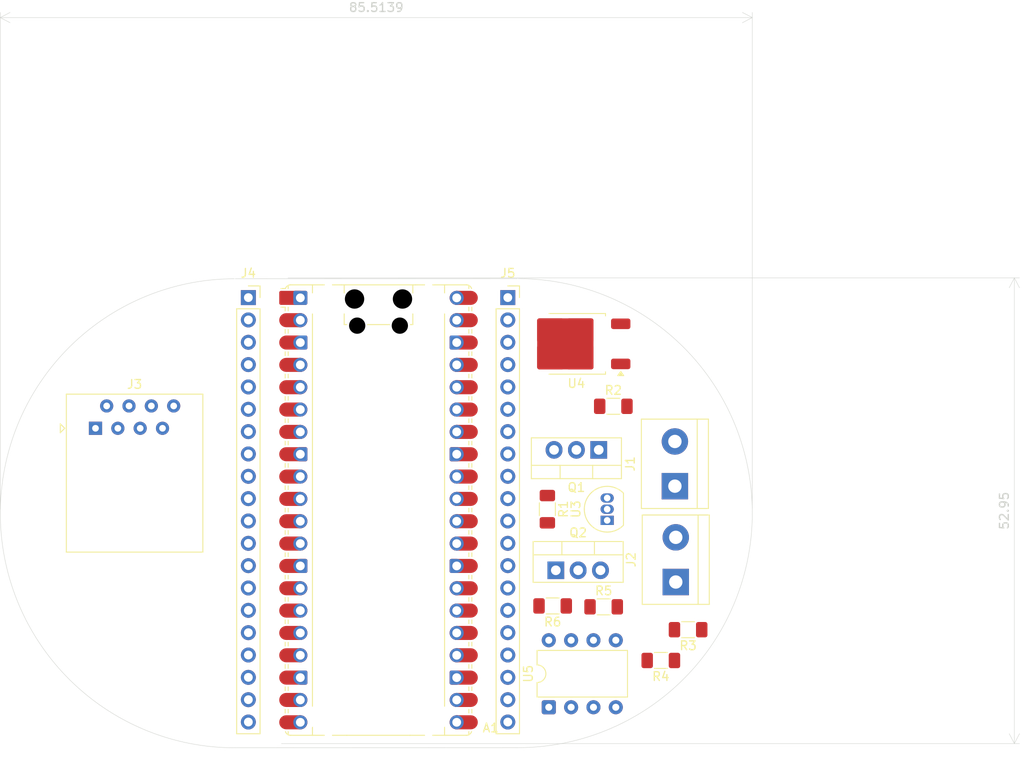
<source format=kicad_pcb>
(kicad_pcb (version 20241229) (generator "pcbnew") (generator_version "9.0")
  (layers (0 "F.Cu" signal) (2 "B.Cu" signal) (13 "F.Paste" user) (15 "B.Paste" user) (5 "F.SilkS" user "F.Silkscreen") (7 "B.SilkS" user "B.Silkscreen") (1 "F.Mask" user) (3 "B.Mask" user) (25 "Edge.Cuts" user))
  (net 0 "")
  (net 1 "Net-(A1-GPIO1)")
  (net 2 "Net-(A1-VSYS)")
  (net 3 "Net-(J4-Pin_13)")
  (net 4 "Net-(A1-GPIO18)")
  (net 5 "Net-(A1-GPIO0)")
  (net 6 "Net-(A1-GPIO7)")
  (net 7 "Net-(A1-GPIO17)")
  (net 8 "Net-(A1-GPIO19)")
  (net 9 "Net-(A1-GPIO8)")
  (net 10 "Net-(A1-GPIO3)")
  (net 11 "Net-(A1-GPIO6)")
  (net 12 "Net-(A1-GPIO21)")
  (net 13 "Net-(A1-GPIO26_ADC0)")
  (net 14 "Net-(A1-3V3_EN)")
  (net 15 "Net-(A1-RUN)")
  (net 16 "Net-(A1-GPIO13)")
  (net 17 "Net-(A1-GPIO27_ADC1)")
  (net 18 "Net-(A1-GPIO20)")
  (net 19 "Net-(A1-GPIO12)")
  (net 20 "Net-(A1-GPIO22)")
  (net 21 "Net-(A1-GPIO9)")
  (net 22 "Net-(A1-GPIO5)")
  (net 23 "Net-(A1-GPIO28_ADC2)")
  (net 24 "Net-(A1-ADC_VREF)")
  (net 25 "Net-(A1-GPIO2)")
  (net 26 "Net-(A1-GPIO15)")
  (net 27 "Net-(A1-GPIO16)")
  (net 28 "Net-(A1-VBUS)")
  (net 29 "Net-(A1-GPIO11)")
  (net 30 "GND")
  (net 31 "Net-(A1-GPIO10)")
  (net 32 "Net-(A1-GPIO4)")
  (net 33 "Net-(A1-GPIO14)")
  (net 34 "Net-(A1-3V3)")
  (net 35 "Net-(Q1-G)")
  (net 36 "Net-(J1-Pin_2)")
  (net 37 "Net-(Q2-G)")
  (net 38 "Net-(J2-Pin_2)")
  (net 39 "Net-(R1-Pad1)")
  (net 40 "Net-(R3-Pad2)")
  (net 41 "Net-(R4-Pad2)")
  (net 42 "Net-(R5-Pad1)")
  (net 43 "+24V")
  (footprint "Connector_PinSocket_2.54mm:PinSocket_1x20_P2.54mm_Vertical" (layer "F.Cu") (at 121.3 56.94)
    (property "Reference" "J4" (at 0 -2.77 0) (layer "F.SilkS"))
    (property "Value" "Conn_01x20_Pin")
    (fp_line (start -1.33 1.27) (end -1.33 49.59) (stroke (width 0.12)) (layer "F.SilkS"))
    (fp_line (start -1.33 1.27) (end 1.33 1.27) (stroke (width 0.12)) (layer "F.SilkS"))
    (fp_line (start -1.33 49.59) (end 1.33 49.59) (stroke (width 0.12)) (layer "F.SilkS"))
    (fp_line (start 0 -1.33) (end 1.33 -1.33) (stroke (width 0.12)) (layer "F.SilkS"))
    (fp_line (start 1.33 -1.33) (end 1.33 0) (stroke (width 0.12)) (layer "F.SilkS"))
    (fp_line (start 1.33 1.27) (end 1.33 49.59) (stroke (width 0.12)) (layer "F.SilkS"))
    (pad "1" thru_hole rect (at 0 0) (size 1.7 1.7) (drill 1) (layers "*.Cu" "*.Mask") (net 5 "Net-(A1-GPIO0)"))
    (pad "2" thru_hole oval (at 0 2.54) (size 1.7 1.7) (drill 1) (layers "*.Cu" "*.Mask") (net 1 "Net-(A1-GPIO1)"))
    (pad "3" thru_hole oval (at 0 5.08) (size 1.7 1.7) (drill 1) (layers "*.Cu" "*.Mask") (net 3 "Net-(J4-Pin_13)"))
    (pad "4" thru_hole oval (at 0 7.62) (size 1.7 1.7) (drill 1) (layers "*.Cu" "*.Mask") (net 25 "Net-(A1-GPIO2)"))
    (pad "5" thru_hole oval (at 0 10.16) (size 1.7 1.7) (drill 1) (layers "*.Cu" "*.Mask") (net 10 "Net-(A1-GPIO3)"))
    (pad "6" thru_hole oval (at 0 12.7) (size 1.7 1.7) (drill 1) (layers "*.Cu" "*.Mask") (net 32 "Net-(A1-GPIO4)"))
    (pad "7" thru_hole oval (at 0 15.24) (size 1.7 1.7) (drill 1) (layers "*.Cu" "*.Mask") (net 22 "Net-(A1-GPIO5)"))
    (pad "8" thru_hole oval (at 0 17.78) (size 1.7 1.7) (drill 1) (layers "*.Cu" "*.Mask") (net 3 "Net-(J4-Pin_13)"))
    (pad "9" thru_hole oval (at 0 20.32) (size 1.7 1.7) (drill 1) (layers "*.Cu" "*.Mask") (net 11 "Net-(A1-GPIO6)"))
    (pad "10" thru_hole oval (at 0 22.86) (size 1.7 1.7) (drill 1) (layers "*.Cu" "*.Mask") (net 6 "Net-(A1-GPIO7)"))
    (pad "11" thru_hole oval (at 0 25.4) (size 1.7 1.7) (drill 1) (layers "*.Cu" "*.Mask") (net 9 "Net-(A1-GPIO8)"))
    (pad "12" thru_hole oval (at 0 27.94) (size 1.7 1.7) (drill 1) (layers "*.Cu" "*.Mask") (net 21 "Net-(A1-GPIO9)"))
    (pad "13" thru_hole oval (at 0 30.48) (size 1.7 1.7) (drill 1) (layers "*.Cu" "*.Mask") (net 3 "Net-(J4-Pin_13)"))
    (pad "14" thru_hole oval (at 0 33.02) (size 1.7 1.7) (drill 1) (layers "*.Cu" "*.Mask") (net 31 "Net-(A1-GPIO10)"))
    (pad "15" thru_hole oval (at 0 35.56) (size 1.7 1.7) (drill 1) (layers "*.Cu" "*.Mask") (net 29 "Net-(A1-GPIO11)"))
    (pad "16" thru_hole oval (at 0 38.1) (size 1.7 1.7) (drill 1) (layers "*.Cu" "*.Mask") (net 19 "Net-(A1-GPIO12)"))
    (pad "17" thru_hole oval (at 0 40.64) (size 1.7 1.7) (drill 1) (layers "*.Cu" "*.Mask") (net 16 "Net-(A1-GPIO13)"))
    (pad "18" thru_hole oval (at 0 43.18) (size 1.7 1.7) (drill 1) (layers "*.Cu" "*.Mask") (net 3 "Net-(J4-Pin_13)"))
    (pad "19" thru_hole oval (at 0 45.72) (size 1.7 1.7) (drill 1) (layers "*.Cu" "*.Mask") (net 33 "Net-(A1-GPIO14)"))
    (pad "20" thru_hole oval (at 0 48.26) (size 1.7 1.7) (drill 1) (layers "*.Cu" "*.Mask") (net 26 "Net-(A1-GPIO15)"))
  )
  (footprint "Package_TO_SOT_THT:TO-220-3_Vertical" (layer "F.Cu") (at 161.14 74.255 180)
    (property "Reference" "Q1" (at 2.54 -4.27 0) (layer "F.SilkS"))
    (property "Value" "IRF540N")
    (fp_line (start 7.66 -3.27) (end 7.66 1.371) (stroke (width 0.12)) (layer "F.SilkS"))
    (fp_line (start 4.391 -3.27) (end 4.391 -1.76) (stroke (width 0.12)) (layer "F.SilkS"))
    (fp_line (start 0.69 -3.27) (end 0.69 -1.76) (stroke (width 0.12)) (layer "F.SilkS"))
    (fp_line (start -2.58 1.371) (end 7.66 1.371) (stroke (width 0.12)) (layer "F.SilkS"))
    (fp_line (start -2.58 -1.76) (end 7.66 -1.76) (stroke (width 0.12)) (layer "F.SilkS"))
    (fp_line (start -2.58 -3.27) (end 7.66 -3.27) (stroke (width 0.12)) (layer "F.SilkS"))
    (fp_line (start -2.58 -3.27) (end -2.58 1.371) (stroke (width 0.12)) (layer "F.SilkS"))
    (pad "1" thru_hole rect (at 0 0 180) (size 1.905 2) (drill 1.1) (layers "*.Cu" "*.Mask") (net 35 "Net-(Q1-G)"))
    (pad "2" thru_hole oval (at 2.54 0 180) (size 1.905 2) (drill 1.1) (layers "*.Cu" "*.Mask") (net 36 "Net-(J1-Pin_2)"))
    (pad "3" thru_hole oval (at 5.08 0 180) (size 1.905 2) (drill 1.1) (layers "*.Cu" "*.Mask") (net 30 "GND"))
  )
  (footprint "Package_DIP:DIP-8_W7.62mm" (layer "F.Cu") (at 155.46 103.52 90)
    (property "Reference" "U5" (at 3.81 -2.33 90) (layer "F.SilkS"))
    (property "Value" "PC827")
    (fp_line (start 6.46 -1.33) (end 4.81 -1.33) (stroke (width 0.12)) (layer "F.SilkS"))
    (fp_line (start 2.81 -1.33) (end 1.16 -1.33) (stroke (width 0.12)) (layer "F.SilkS"))
    (fp_line (start 1.16 -1.33) (end 1.16 8.95) (stroke (width 0.12)) (layer "F.SilkS"))
    (fp_line (start 6.46 8.95) (end 6.46 -1.33) (stroke (width 0.12)) (layer "F.SilkS"))
    (fp_line (start 1.16 8.95) (end 6.46 8.95) (stroke (width 0.12)) (layer "F.SilkS"))
    (fp_arc (start 4.81 -1.33) (mid 3.81 -0.33) (end 2.81 -1.33) (stroke (width 0.12)) (layer "F.SilkS"))
    (pad "1" thru_hole roundrect (at 0 0 90) (size 1.6 1.6) (drill 0.8) (layers "*.Cu" "*.Mask") (roundrect_rratio 0.15625) (net 27 "Net-(A1-GPIO16)"))
    (pad "2" thru_hole circle (at 0 2.54 90) (size 1.6 1.6) (drill 0.8) (layers "*.Cu" "*.Mask") (net 40 "Net-(R3-Pad2)"))
    (pad "3" thru_hole circle (at 0 5.08 90) (size 1.6 1.6) (drill 0.8) (layers "*.Cu" "*.Mask") (net 7 "Net-(A1-GPIO17)"))
    (pad "4" thru_hole circle (at 0 7.62 90) (size 1.6 1.6) (drill 0.8) (layers "*.Cu" "*.Mask") (net 41 "Net-(R4-Pad2)"))
    (pad "5" thru_hole circle (at 7.62 7.62 90) (size 1.6 1.6) (drill 0.8) (layers "*.Cu" "*.Mask") (net 42 "Net-(R5-Pad1)"))
    (pad "6" thru_hole circle (at 7.62 5.08 90) (size 1.6 1.6) (drill 0.8) (layers "*.Cu" "*.Mask") (net 43 "+24V"))
    (pad "7" thru_hole circle (at 7.62 2.54 90) (size 1.6 1.6) (drill 0.8) (layers "*.Cu" "*.Mask") (net 39 "Net-(R1-Pad1)"))
    (pad "8" thru_hole circle (at 7.62 0 90) (size 1.6 1.6) (drill 0.8) (layers "*.Cu" "*.Mask") (net 43 "+24V"))
  )
  (footprint "Connector_PinSocket_2.54mm:PinSocket_1x20_P2.54mm_Vertical" (layer "F.Cu") (at 150.8 56.94)
    (property "Reference" "J5" (at 0 -2.77 0) (layer "F.SilkS"))
    (property "Value" "Conn_01x20_Pin")
    (fp_line (start -1.33 1.27) (end -1.33 49.59) (stroke (width 0.12)) (layer "F.SilkS"))
    (fp_line (start -1.33 1.27) (end 1.33 1.27) (stroke (width 0.12)) (layer "F.SilkS"))
    (fp_line (start -1.33 49.59) (end 1.33 49.59) (stroke (width 0.12)) (layer "F.SilkS"))
    (fp_line (start 0 -1.33) (end 1.33 -1.33) (stroke (width 0.12)) (layer "F.SilkS"))
    (fp_line (start 1.33 -1.33) (end 1.33 0) (stroke (width 0.12)) (layer "F.SilkS"))
    (fp_line (start 1.33 1.27) (end 1.33 49.59) (stroke (width 0.12)) (layer "F.SilkS"))
    (pad "1" thru_hole rect (at 0 0) (size 1.7 1.7) (drill 1) (layers "*.Cu" "*.Mask") (net 28 "Net-(A1-VBUS)"))
    (pad "2" thru_hole oval (at 0 2.54) (size 1.7 1.7) (drill 1) (layers "*.Cu" "*.Mask") (net 2 "Net-(A1-VSYS)"))
    (pad "3" thru_hole oval (at 0 5.08) (size 1.7 1.7) (drill 1) (layers "*.Cu" "*.Mask") (net 3 "Net-(J4-Pin_13)"))
    (pad "4" thru_hole oval (at 0 7.62) (size 1.7 1.7) (drill 1) (layers "*.Cu" "*.Mask") (net 14 "Net-(A1-3V3_EN)"))
    (pad "5" thru_hole oval (at 0 10.16) (size 1.7 1.7) (drill 1) (layers "*.Cu" "*.Mask") (net 34 "Net-(A1-3V3)"))
    (pad "6" thru_hole oval (at 0 12.7) (size 1.7 1.7) (drill 1) (layers "*.Cu" "*.Mask") (net 24 "Net-(A1-ADC_VREF)"))
    (pad "7" thru_hole oval (at 0 15.24) (size 1.7 1.7) (drill 1) (layers "*.Cu" "*.Mask") (net 23 "Net-(A1-GPIO28_ADC2)"))
    (pad "8" thru_hole oval (at 0 17.78) (size 1.7 1.7) (drill 1) (layers "*.Cu" "*.Mask") (net 3 "Net-(J4-Pin_13)"))
    (pad "9" thru_hole oval (at 0 20.32) (size 1.7 1.7) (drill 1) (layers "*.Cu" "*.Mask") (net 17 "Net-(A1-GPIO27_ADC1)"))
    (pad "10" thru_hole oval (at 0 22.86) (size 1.7 1.7) (drill 1) (layers "*.Cu" "*.Mask") (net 13 "Net-(A1-GPIO26_ADC0)"))
    (pad "11" thru_hole oval (at 0 25.4) (size 1.7 1.7) (drill 1) (layers "*.Cu" "*.Mask") (net 15 "Net-(A1-RUN)"))
    (pad "12" thru_hole oval (at 0 27.94) (size 1.7 1.7) (drill 1) (layers "*.Cu" "*.Mask") (net 20 "Net-(A1-GPIO22)"))
    (pad "13" thru_hole oval (at 0 30.48) (size 1.7 1.7) (drill 1) (layers "*.Cu" "*.Mask") (net 3 "Net-(J4-Pin_13)"))
    (pad "14" thru_hole oval (at 0 33.02) (size 1.7 1.7) (drill 1) (layers "*.Cu" "*.Mask") (net 12 "Net-(A1-GPIO21)"))
    (pad "15" thru_hole oval (at 0 35.56) (size 1.7 1.7) (drill 1) (layers "*.Cu" "*.Mask") (net 18 "Net-(A1-GPIO20)"))
    (pad "16" thru_hole oval (at 0 38.1) (size 1.7 1.7) (drill 1) (layers "*.Cu" "*.Mask") (net 8 "Net-(A1-GPIO19)"))
    (pad "17" thru_hole oval (at 0 40.64) (size 1.7 1.7) (drill 1) (layers "*.Cu" "*.Mask") (net 4 "Net-(A1-GPIO18)"))
    (pad "18" thru_hole oval (at 0 43.18) (size 1.7 1.7) (drill 1) (layers "*.Cu" "*.Mask") (net 3 "Net-(J4-Pin_13)"))
    (pad "19" thru_hole oval (at 0 45.72) (size 1.7 1.7) (drill 1) (layers "*.Cu" "*.Mask") (net 7 "Net-(A1-GPIO17)"))
    (pad "20" thru_hole oval (at 0 48.26) (size 1.7 1.7) (drill 1) (layers "*.Cu" "*.Mask") (net 27 "Net-(A1-GPIO16)"))
  )
  (footprint "Connector_RJ:RJ45_Amphenol_54602-x08_Horizontal" (layer "F.Cu") (at 103.92 71.8)
    (property "Reference" "J3" (at 4.445 -5 0) (layer "F.SilkS"))
    (property "Value" "RJ45")
    (fp_line (start -4 -0.5) (end -4 0.5) (stroke (width 0.12)) (layer "F.SilkS"))
    (fp_line (start -4 0.5) (end -3.5 0) (stroke (width 0.12)) (layer "F.SilkS"))
    (fp_line (start -3.5 0) (end -4 -0.5) (stroke (width 0.12)) (layer "F.SilkS"))
    (fp_line (start -3.315 -3.88) (end -3.315 14.08) (stroke (width 0.12)) (layer "F.SilkS"))
    (fp_line (start -3.315 14.08) (end 12.205 14.08) (stroke (width 0.12)) (layer "F.SilkS"))
    (fp_line (start 12.205 -3.88) (end -3.315 -3.88) (stroke (width 0.12)) (layer "F.SilkS"))
    (fp_line (start 12.205 -3.88) (end 12.205 14.08) (stroke (width 0.12)) (layer "F.SilkS"))
    (pad "" np_thru_hole circle (at -1.27 6.35) (size 3.2 3.2) (drill 3.2) (layers "*.Cu" "*.Mask"))
    (pad "" np_thru_hole circle (at 10.16 6.35) (size 3.2 3.2) (drill 3.2) (layers "*.Cu" "*.Mask"))
    (pad "1" thru_hole rect (at 0 0) (size 1.5 1.5) (drill 0.76) (layers "*.Cu" "*.Mask") (net 30 "GND"))
    (pad "2" thru_hole circle (at 1.27 -2.54) (size 1.5 1.5) (drill 0.76) (layers "*.Cu" "*.Mask") (net 30 "GND"))
    (pad "3" thru_hole circle (at 2.54 0) (size 1.5 1.5) (drill 0.76) (layers "*.Cu" "*.Mask") (net 13 "Net-(A1-GPIO26_ADC0)"))
    (pad "4" thru_hole circle (at 3.81 -2.54) (size 1.5 1.5) (drill 0.76) (layers "*.Cu" "*.Mask") (net 17 "Net-(A1-GPIO27_ADC1)"))
    (pad "5" thru_hole circle (at 5.08 0) (size 1.5 1.5) (drill 0.76) (layers "*.Cu" "*.Mask") (net 15 "Net-(A1-RUN)"))
    (pad "6" thru_hole circle (at 6.35 -2.54) (size 1.5 1.5) (drill 0.76) (layers "*.Cu" "*.Mask") (net 34 "Net-(A1-3V3)"))
    (pad "7" thru_hole circle (at 7.62 0) (size 1.5 1.5) (drill 0.76) (layers "*.Cu" "*.Mask") (net 43 "+24V"))
    (pad "8" thru_hole circle (at 8.89 -2.54) (size 1.5 1.5) (drill 0.76) (layers "*.Cu" "*.Mask") (net 43 "+24V"))
  )
  (footprint "TerminalBlock:TerminalBlock_bornier-2_P5.08mm" (layer "F.Cu") (at 169.9 89.28 90)
    (property "Reference" "J2" (at 2.54 -5.08 90) (layer "F.SilkS"))
    (property "Value" "Screw_Terminal_01x02")
    (fp_line (start 7.62 -3.81) (end -2.54 -3.81) (stroke (width 0.12)) (layer "F.SilkS"))
    (fp_line (start -2.54 -3.81) (end -2.54 3.81) (stroke (width 0.12)) (layer "F.SilkS"))
    (fp_line (start 7.62 2.54) (end -2.54 2.54) (stroke (width 0.12)) (layer "F.SilkS"))
    (fp_line (start 7.62 3.81) (end 7.62 -3.81) (stroke (width 0.12)) (layer "F.SilkS"))
    (fp_line (start -2.54 3.81) (end 7.62 3.81) (stroke (width 0.12)) (layer "F.SilkS"))
    (pad "1" thru_hole rect (at 0 0 90) (size 3 3) (drill 1.52) (layers "*.Cu" "*.Mask") (net 43 "+24V"))
    (pad "2" thru_hole circle (at 5.08 0 90) (size 3 3) (drill 1.52) (layers "*.Cu" "*.Mask") (net 38 "Net-(J2-Pin_2)"))
  )
  (footprint "Resistor_SMD:R_1206_3216Metric_Pad1.30x1.75mm_HandSolder" (layer "F.Cu") (at 155.3 81 -90)
    (property "Reference" "R1" (at 0 -1.82 90) (layer "F.SilkS"))
    (property "Value" "100")
    (fp_line (start -0.727064 0.91) (end 0.727064 0.91) (stroke (width 0.12)) (layer "F.SilkS"))
    (fp_line (start -0.727064 -0.91) (end 0.727064 -0.91) (stroke (width 0.12)) (layer "F.SilkS"))
    (pad "1" smd roundrect (at -1.55 0 270) (size 1.3 1.75) (layers "F.Cu" "F.Mask" "F.Paste") (roundrect_rratio 0.192308) (net 39 "Net-(R1-Pad1)"))
    (pad "2" smd roundrect (at 1.55 0 270) (size 1.3 1.75) (layers "F.Cu" "F.Mask" "F.Paste") (roundrect_rratio 0.192308) (net 35 "Net-(Q1-G)"))
  )
  (footprint "Resistor_SMD:R_1206_3216Metric_Pad1.30x1.75mm_HandSolder" (layer "F.Cu") (at 171.3 94.7 180)
    (property "Reference" "R3" (at 0 -1.82 0) (layer "F.SilkS"))
    (property "Value" "1k")
    (fp_line (start -0.727064 0.91) (end 0.727064 0.91) (stroke (width 0.12)) (layer "F.SilkS"))
    (fp_line (start -0.727064 -0.91) (end 0.727064 -0.91) (stroke (width 0.12)) (layer "F.SilkS"))
    (pad "1" smd roundrect (at -1.55 0 180) (size 1.3 1.75) (layers "F.Cu" "F.Mask" "F.Paste") (roundrect_rratio 0.192308) (net 30 "GND"))
    (pad "2" smd roundrect (at 1.55 0 180) (size 1.3 1.75) (layers "F.Cu" "F.Mask" "F.Paste") (roundrect_rratio 0.192308) (net 40 "Net-(R3-Pad2)"))
  )
  (footprint "Resistor_SMD:R_1206_3216Metric_Pad1.30x1.75mm_HandSolder" (layer "F.Cu") (at 155.9 92 180)
    (property "Reference" "R6" (at 0 -1.82 0) (layer "F.SilkS"))
    (property "Value" "1k")
    (fp_line (start -0.727064 0.91) (end 0.727064 0.91) (stroke (width 0.12)) (layer "F.SilkS"))
    (fp_line (start -0.727064 -0.91) (end 0.727064 -0.91) (stroke (width 0.12)) (layer "F.SilkS"))
    (pad "1" smd roundrect (at -1.55 0 180) (size 1.3 1.75) (layers "F.Cu" "F.Mask" "F.Paste") (roundrect_rratio 0.192308) (net 30 "GND"))
    (pad "2" smd roundrect (at 1.55 0 180) (size 1.3 1.75) (layers "F.Cu" "F.Mask" "F.Paste") (roundrect_rratio 0.192308) (net 37 "Net-(Q2-G)"))
  )
  (footprint "Package_TO_SOT_THT:TO-92_Inline" (layer "F.Cu") (at 162.1 82.27 90)
    (property "Reference" "U3" (at 1.27 -3.56 90) (layer "F.SilkS"))
    (property "Value" "LM35-LP")
    (fp_line (start -0.53 1.85) (end 3.07 1.85) (stroke (width 0.12)) (layer "F.SilkS"))
    (fp_arc (start 1.27 -2.6) (mid 3.672087 -0.994977) (end 3.108478 1.838478) (stroke (width 0.12)) (layer "F.SilkS"))
    (fp_arc (start -0.568478 1.838478) (mid -1.132087 -0.994977) (end 1.27 -2.6) (stroke (width 0.12)) (layer "F.SilkS"))
    (pad "1" thru_hole rect (at 0 0 90) (size 1.05 1.5) (drill 0.75) (layers "*.Cu" "*.Mask") (net 2 "Net-(A1-VSYS)"))
    (pad "2" thru_hole oval (at 1.27 0 90) (size 1.05 1.5) (drill 0.75) (layers "*.Cu" "*.Mask") (net 23 "Net-(A1-GPIO28_ADC2)"))
    (pad "3" thru_hole oval (at 2.54 0 90) (size 1.05 1.5) (drill 0.75) (layers "*.Cu" "*.Mask") (net 30 "GND"))
  )
  (footprint "Package_TO_SOT_SMD:TO-252-2" (layer "F.Cu") (at 158.6 62.2 180)
    (property "Reference" "U4" (at 0 -4.5 0) (layer "F.SilkS"))
    (property "Value" "LF50_TO252")
    (fp_line (start 3.11 3.45) (end -3.31 3.45) (stroke (width 0.12)) (layer "F.SilkS"))
    (fp_line (start 3.11 -3.45) (end -3.31 -3.45) (stroke (width 0.12)) (layer "F.SilkS"))
    (fp_line (start -3.31 3.45) (end -3.31 3.18) (stroke (width 0.12)) (layer "F.SilkS"))
    (fp_line (start -3.31 -3.45) (end -3.31 -3.18) (stroke (width 0.12)) (layer "F.SilkS"))
    (fp_poly (pts (xy -5.04 -3.14) (xy -5.38 -3.61) (xy -4.7 -3.61) (xy -5.04 -3.14)) (stroke (width 0.12)) (fill yes) (layer "F.SilkS"))
    (pad "1" smd roundrect (at -5.04 -2.28 180) (size 2.2 1.2) (layers "F.Cu" "F.Mask" "F.Paste") (roundrect_rratio 0.208333) (net 43 "+24V"))
    (pad "2" smd roundrect (at -0.415 -1.525 180) (size 3.05 2.75) (layers "F.Cu" "F.Paste") (roundrect_rratio 0.090909) (net 30 "GND"))
    (pad "2" smd roundrect (at -0.415 1.525 180) (size 3.05 2.75) (layers "F.Cu" "F.Paste") (roundrect_rratio 0.090909) (net 30 "GND"))
    (pad "2" smd roundrect (at 1.26 0 180) (size 6.4 5.8) (layers "F.Cu" "F.Mask") (roundrect_rratio 0.043103) (net 30 "GND"))
    (pad "2" smd roundrect (at 2.935 -1.525 180) (size 3.05 2.75) (layers "F.Cu" "F.Paste") (roundrect_rratio 0.090909) (net 30 "GND"))
    (pad "2" smd roundrect (at 2.935 1.525 180) (size 3.05 2.75) (layers "F.Cu" "F.Paste") (roundrect_rratio 0.090909) (net 30 "GND"))
    (pad "3" smd roundrect (at -5.04 2.28 180) (size 2.2 1.2) (layers "F.Cu" "F.Mask" "F.Paste") (roundrect_rratio 0.208333) (net 2 "Net-(A1-VSYS)"))
  )
  (footprint "Resistor_SMD:R_1206_3216Metric_Pad1.30x1.75mm_HandSolder" (layer "F.Cu") (at 168.2 98.2 180)
    (property "Reference" "R4" (at 0 -1.82 0) (layer "F.SilkS"))
    (property "Value" "1k")
    (fp_line (start -0.727064 0.91) (end 0.727064 0.91) (stroke (width 0.12)) (layer "F.SilkS"))
    (fp_line (start -0.727064 -0.91) (end 0.727064 -0.91) (stroke (width 0.12)) (layer "F.SilkS"))
    (pad "1" smd roundrect (at -1.55 0 180) (size 1.3 1.75) (layers "F.Cu" "F.Mask" "F.Paste") (roundrect_rratio 0.192308) (net 30 "GND"))
    (pad "2" smd roundrect (at 1.55 0 180) (size 1.3 1.75) (layers "F.Cu" "F.Mask" "F.Paste") (roundrect_rratio 0.192308) (net 41 "Net-(R4-Pad2)"))
  )
  (footprint "Module:RaspberryPi_Pico_Common_Unspecified" (layer "F.Cu") (at 136.1 81.1)
    (property "Reference" "A1" (at 11.7475 24.765 0) (layer "F.SilkS") (effects (justify left)))
    (property "Value" "RaspberryPi_Pico")
    (fp_line (start -10.61 -23.07) (end -11.09 -23.07) (stroke (width 0.12)) (layer "F.SilkS"))
    (fp_line (start -10.61 -23.07) (end -10.61 -22.65) (stroke (width 0.12)) (layer "F.SilkS"))
    (fp_line (start -10.61 -20.53) (end -10.61 -20.11) (stroke (width 0.12)) (layer "F.SilkS"))
    (fp_line (start -10.61 -17.99) (end -10.61 -17.57) (stroke (width 0.12)) (layer "F.SilkS"))
    (fp_line (start -10.61 -15.45) (end -10.61 -15.03) (stroke (width 0.12)) (layer "F.SilkS"))
    (fp_line (start -10.61 -12.91) (end -10.61 -12.49) (stroke (width 0.12)) (layer "F.SilkS"))
    (fp_line (start -10.61 -10.37) (end -10.61 -9.95) (stroke (width 0.12)) (layer "F.SilkS"))
    (fp_line (start -10.61 -7.83) (end -10.61 -7.41) (stroke (width 0.12)) (layer "F.SilkS"))
    (fp_line (start -10.61 -5.29) (end -10.61 -4.87) (stroke (width 0.12)) (layer "F.SilkS"))
    (fp_line (start -10.61 -2.75) (end -10.61 -2.33) (stroke (width 0.12)) (layer "F.SilkS"))
    (fp_line (start -10.61 -0.21) (end -10.61 0.21) (stroke (width 0.12)) (layer "F.SilkS"))
    (fp_line (start -10.61 2.33) (end -10.61 2.75) (stroke (width 0.12)) (layer "F.SilkS"))
    (fp_line (start -10.61 4.87) (end -10.61 5.29) (stroke (width 0.12)) (layer "F.SilkS"))
    (fp_line (start -10.61 7.41) (end -10.61 7.83) (stroke (width 0.12)) (layer "F.SilkS"))
    (fp_line (start -10.61 9.95) (end -10.61 10.37) (stroke (width 0.12)) (layer "F.SilkS"))
    (fp_line (start -10.61 12.49) (end -10.61 12.91) (stroke (width 0.12)) (layer "F.SilkS"))
    (fp_line (start -10.61 15.03) (end -10.61 15.45) (stroke (width 0.12)) (layer "F.SilkS"))
    (fp_line (start -10.61 17.57) (end -10.61 17.99) (stroke (width 0.12)) (layer "F.SilkS"))
    (fp_line (start -10.61 20.11) (end -10.61 20.53) (stroke (width 0.12)) (layer "F.SilkS"))
    (fp_line (start -10.61 22.65) (end -10.61 23.07) (stroke (width 0.12)) (layer "F.SilkS"))
    (fp_line (start -10.579676 -25.19) (end -11.09 -25.19) (stroke (width 0.12)) (layer "F.SilkS"))
    (fp_line (start -10.27 -25.189937) (end -10.27 -25.547) (stroke (width 0.12)) (layer "F.SilkS"))
    (fp_line (start -10.27 -23.07) (end -10.27 -22.65) (stroke (width 0.12)) (layer "F.SilkS"))
    (fp_line (start -10.27 -20.53) (end -10.27 -20.11) (stroke (width 0.12)) (layer "F.SilkS"))
    (fp_line (start -10.27 -17.99) (end -10.27 -17.57) (stroke (width 0.12)) (layer "F.SilkS"))
    (fp_line (start -10.27 -15.45) (end -10.27 -15.03) (stroke (width 0.12)) (layer "F.SilkS"))
    (fp_line (start -10.27 -12.91) (end -10.27 -12.49) (stroke (width 0.12)) (layer "F.SilkS"))
    (fp_line (start -10.27 -10.37) (end -10.27 -9.95) (stroke (width 0.12)) (layer "F.SilkS"))
    (fp_line (start -10.27 -7.83) (end -10.27 -7.41) (stroke (width 0.12)) (layer "F.SilkS"))
    (fp_line (start -10.27 -5.29) (end -10.27 -4.87) (stroke (width 0.12)) (layer "F.SilkS"))
    (fp_line (start -10.27 -2.75) (end -10.27 -2.33) (stroke (width 0.12)) (layer "F.SilkS"))
    (fp_line (start -10.27 -0.21) (end -10.27 0.21) (stroke (width 0.12)) (layer "F.SilkS"))
    (fp_line (start -10.27 2.33) (end -10.27 2.75) (stroke (width 0.12)) (layer "F.SilkS"))
    (fp_line (start -10.27 4.87) (end -10.27 5.29) (stroke (width 0.12)) (layer "F.SilkS"))
    (fp_line (start -10.27 7.41) (end -10.27 7.83) (stroke (width 0.12)) (layer "F.SilkS"))
    (fp_line (start -10.27 9.95) (end -10.27 10.37) (stroke (width 0.12)) (layer "F.SilkS"))
    (fp_line (start -10.27 12.49) (end -10.27 12.91) (stroke (width 0.12)) (layer "F.SilkS"))
    (fp_line (start -10.27 15.03) (end -10.27 15.45) (stroke (width 0.12)) (layer "F.SilkS"))
    (fp_line (start -10.27 17.57) (end -10.27 17.99) (stroke (width 0.12)) (layer "F.SilkS"))
    (fp_line (start -10.27 20.11) (end -10.27 20.53) (stroke (width 0.12)) (layer "F.SilkS"))
    (fp_line (start -10.27 22.65) (end -10.27 23.07) (stroke (width 0.12)) (layer "F.SilkS"))
    (fp_line (start -10.27 25.189937) (end -10.27 25.547) (stroke (width 0.12)) (layer "F.SilkS"))
    (fp_line (start -10 -25.61) (end -7.51 -25.61) (stroke (width 0.12)) (layer "F.SilkS"))
    (fp_line (start -10 25.61) (end -6.162061 25.61) (stroke (width 0.12)) (layer "F.SilkS"))
    (fp_line (start -7.51 -25.61) (end -7.51 -24.69648) (stroke (width 0.12)) (layer "F.SilkS"))
    (fp_line (start -7.51 -25.61) (end -6.16206 -25.61) (stroke (width 0.12)) (layer "F.SilkS"))
    (fp_line (start -7.51 -22.30352) (end -7.51 22.30352) (stroke (width 0.12)) (layer "F.SilkS"))
    (fp_line (start -7.51 24.69648) (end -7.51 25.61) (stroke (width 0.12)) (layer "F.SilkS"))
    (fp_line (start -5.237939 -25.61) (end -4.235 -25.61) (stroke (width 0.12)) (layer "F.SilkS"))
    (fp_line (start -4.235 -25.61) (end 4.235 -25.61) (stroke (width 0.12)) (layer "F.SilkS"))
    (fp_line (start -3.9 -25.61) (end -3.9 -24.694) (stroke (width 0.12)) (layer "F.SilkS"))
    (fp_line (start -3.9 -22.306) (end -3.9 -21.09) (stroke (width 0.12)) (layer "F.SilkS"))
    (fp_line (start -3.9 -21.09) (end -3.60391 -21.09) (stroke (width 0.12)) (layer "F.SilkS"))
    (fp_line (start -3.6 25.61) (end -5.237939 25.61) (stroke (width 0.12)) (layer "F.SilkS"))
    (fp_line (start -1.24609 -21.09) (end 1.24609 -21.09) (stroke (width 0.12)) (layer "F.SilkS"))
    (fp_line (start 3.6 25.61) (end -3.6 25.61) (stroke (width 0.12)) (layer "F.SilkS"))
    (fp_line (start 3.60391 -21.09) (end 3.9 -21.09) (stroke (width 0.12)) (layer "F.SilkS"))
    (fp_line (start 3.9 -25.61) (end 3.9 -24.694) (stroke (width 0.12)) (layer "F.SilkS"))
    (fp_line (start 3.9 -22.306) (end 3.9 -21.09) (stroke (width 0.12)) (layer "F.SilkS"))
    (fp_line (start 4.235 -25.61) (end 5.237939 -25.61) (stroke (width 0.12)) (layer "F.SilkS"))
    (fp_line (start 5.237939 25.61) (end 3.6 25.61) (stroke (width 0.12)) (layer "F.SilkS"))
    (fp_line (start 6.162061 -25.61) (end 7.51 -25.61) (stroke (width 0.12)) (layer "F.SilkS"))
    (fp_line (start 6.162061 25.61) (end 10 25.61) (stroke (width 0.12)) (layer "F.SilkS"))
    (fp_line (start 7.51 -25.61) (end 7.51 -24.69648) (stroke (width 0.12)) (layer "F.SilkS"))
    (fp_line (start 7.51 -22.30352) (end 7.51 22.30352) (stroke (width 0.12)) (layer "F.SilkS"))
    (fp_line (start 7.51 24.69648) (end 7.51 25.61) (stroke (width 0.12)) (layer "F.SilkS"))
    (fp_line (start 10 -25.61) (end 7.51 -25.61) (stroke (width 0.12)) (layer "F.SilkS"))
    (fp_line (start 10.27 -25.189937) (end 10.27 -25.547) (stroke (width 0.12)) (layer "F.SilkS"))
    (fp_line (start 10.27 -23.07) (end 10.27 -22.65) (stroke (width 0.12)) (layer "F.SilkS"))
    (fp_line (start 10.27 -20.53) (end 10.27 -20.11) (stroke (width 0.12)) (layer "F.SilkS"))
    (fp_line (start 10.27 -17.99) (end 10.27 -17.57) (stroke (width 0.12)) (layer "F.SilkS"))
    (fp_line (start 10.27 -15.45) (end 10.27 -15.03) (stroke (width 0.12)) (layer "F.SilkS"))
    (fp_line (start 10.27 -12.91) (end 10.27 -12.49) (stroke (width 0.12)) (layer "F.SilkS"))
    (fp_line (start 10.27 -10.37) (end 10.27 -9.95) (stroke (width 0.12)) (layer "F.SilkS"))
    (fp_line (start 10.27 -7.83) (end 10.27 -7.41) (stroke (width 0.12)) (layer "F.SilkS"))
    (fp_line (start 10.27 -5.29) (end 10.27 -4.87) (stroke (width 0.12)) (layer "F.SilkS"))
    (fp_line (start 10.27 -2.75) (end 10.27 -2.33) (stroke (width 0.12)) (layer "F.SilkS"))
    (fp_line (start 10.27 -0.21) (end 10.27 0.21) (stroke (width 0.12)) (layer "F.SilkS"))
    (fp_line (start 10.27 2.33) (end 10.27 2.75) (stroke (width 0.12)) (layer "F.SilkS"))
    (fp_line (start 10.27 4.87) (end 10.27 5.29) (stroke (width 0.12)) (layer "F.SilkS"))
    (fp_line (start 10.27 7.41) (end 10.27 7.83) (stroke (width 0.12)) (layer "F.SilkS"))
    (fp_line (start 10.27 9.95) (end 10.27 10.37) (stroke (width 0.12)) (layer "F.SilkS"))
    (fp_line (start 10.27 12.49) (end 10.27 12.91) (stroke (width 0.12)) (layer "F.SilkS"))
    (fp_line (start 10.27 15.03) (end 10.27 15.45) (stroke (width 0.12)) (layer "F.SilkS"))
    (fp_line (start 10.27 17.57) (end 10.27 17.99) (stroke (width 0.12)) (layer "F.SilkS"))
    (fp_line (start 10.27 20.11) (end 10.27 20.53) (stroke (width 0.12)) (layer "F.SilkS"))
    (fp_line (start 10.27 22.65) (end 10.27 23.07) (stroke (width 0.12)) (layer "F.SilkS"))
    (fp_line (start 10.27 25.189937) (end 10.27 25.547) (stroke (width 0.12)) (layer "F.SilkS"))
    (fp_line (start 10.61 -23.07) (end 10.61 -22.65) (stroke (width 0.12)) (layer "F.SilkS"))
    (fp_line (start 10.61 -20.53) (end 10.61 -20.11) (stroke (width 0.12)) (layer "F.SilkS"))
    (fp_line (start 10.61 -17.99) (end 10.61 -17.57) (stroke (width 0.12)) (layer "F.SilkS"))
    (fp_line (start 10.61 -15.45) (end 10.61 -15.03) (stroke (width 0.12)) (layer "F.SilkS"))
    (fp_line (start 10.61 -12.91) (end 10.61 -12.49) (stroke (width 0.12)) (layer "F.SilkS"))
    (fp_line (start 10.61 -10.37) (end 10.61 -9.95) (stroke (width 0.12)) (layer "F.SilkS"))
    (fp_line (start 10.61 -7.83) (end 10.61 -7.41) (stroke (width 0.12)) (layer "F.SilkS"))
    (fp_line (start 10.61 -5.29) (end 10.61 -4.87) (stroke (width 0.12)) (layer "F.SilkS"))
    (fp_line (start 10.61 -2.75) (end 10.61 -2.33) (stroke (width 0.12)) (layer "F.SilkS"))
    (fp_line (start 10.61 -0.21) (end 10.61 0.21) (stroke (width 0.12)) (layer "F.SilkS"))
    (fp_line (start 10.61 2.33) (end 10.61 2.75) (stroke (width 0.12)) (layer "F.SilkS"))
    (fp_line (start 10.61 4.87) (end 10.61 5.29) (stroke (width 0.12)) (layer "F.SilkS"))
    (fp_line (start 10.61 7.41) (end 10.61 7.83) (stroke (width 0.12)) (layer "F.SilkS"))
    (fp_line (start 10.61 9.95) (end 10.61 10.37) (stroke (width 0.12)) (layer "F.SilkS"))
    (fp_line (start 10.61 12.49) (end 10.61 12.91) (stroke (width 0.12)) (layer "F.SilkS"))
    (fp_line (start 10.61 15.03) (end 10.61 15.45) (stroke (width 0.12)) (layer "F.SilkS"))
    (fp_line (start 10.61 17.57) (end 10.61 17.99) (stroke (width 0.12)) (layer "F.SilkS"))
    (fp_line (start 10.61 20.11) (end 10.61 20.53) (stroke (width 0.12)) (layer "F.SilkS"))
    (fp_line (start 10.61 22.65) (end 10.61 23.07) (stroke (width 0.12)) (layer "F.SilkS"))
    (fp_arc (start -10.579676 -25.19) (mid -10.357938 -25.493944) (end -10 -25.61) (stroke (width 0.12)) (layer "F.SilkS"))
    (fp_arc (start -10 25.61) (mid -10.357937 25.493944) (end -10.579676 25.189937) (stroke (width 0.12)) (layer "F.SilkS"))
    (fp_arc (start 10 -25.61) (mid 10.357937 -25.493944) (end 10.579676 -25.189937) (stroke (width 0.12)) (layer "F.SilkS"))
    (fp_arc (start 10.579676 25.189937) (mid 10.357946 25.493957) (end 10 25.61) (stroke (width 0.12)) (layer "F.SilkS"))
    (pad "" np_thru_hole circle (at -2.725 -24) (size 2.2 2.2) (drill 2.2) (layers "*.Mask"))
    (pad "" np_thru_hole circle (at -2.425 -20.97) (size 1.85 1.85) (drill 1.85) (layers "*.Mask"))
    (pad "" np_thru_hole circle (at 2.425 -20.97) (size 1.85 1.85) (drill 1.85) (layers "*.Mask"))
    (pad "" np_thru_hole circle (at 2.725 -24) (size 2.2 2.2) (drill 2.2) (layers "*.Mask"))
    (pad "1" smd custom (at -9.69 -24.13) (size 1.6 0.8) (layers "F.Cu" "F.Mask") (net 5 "Net-(A1-GPIO0)") (options (clearance outline) (anchor rect)) (primitives (gr_circle (center 0.8 0) (end 1.6 0) (width 0) (fill yes)) (gr_poly (pts (xy -1.6 -0.6) (xy -1.6 0.6) (xy -1.4 0.8) (xy 0.8 0.8) (xy 0.8 -0.8) (xy -1.4 -0.8)) (width 0) (fill yes)) (gr_circle (center -1.4 -0.6) (end -1.2 -0.6) (width 0) (fill yes)) (gr_circle (center -1.4 0.6) (end -1.2 0.6) (width 0) (fill yes))))
    (pad "1" thru_hole roundrect (at -8.89 -24.13) (size 1.6 1.6) (drill 1) (layers "*.Cu" "*.Mask") (roundrect_rratio 0.125) (net 5 "Net-(A1-GPIO0)"))
    (pad "2" smd roundrect (at -9.69 -21.59) (size 3.2 1.6) (layers "F.Cu" "F.Mask") (roundrect_rratio 0.5) (net 1 "Net-(A1-GPIO1)"))
    (pad "2" thru_hole circle (at -8.89 -21.59) (size 1.6 1.6) (drill 1) (layers "*.Cu" "*.Mask") (net 1 "Net-(A1-GPIO1)"))
    (pad "3" smd custom (at -9.69 -19.05) (size 1.6 0.8) (layers "F.Cu" "F.Mask") (net 3 "Net-(J4-Pin_13)") (options (clearance outline) (anchor rect)) (primitives (gr_circle (center -0.8 0) (end 0 0) (width 0) (fill yes)) (gr_poly (pts (xy 1.6 -0.6) (xy 1.6 0.6) (xy 1.4 0.8) (xy -0.8 0.8) (xy -0.8 -0.8) (xy 1.4 -0.8)) (width 0) (fill yes)) (gr_circle (center 1.4 -0.6) (end 1.6 -0.6) (width 0) (fill yes)) (gr_circle (center 1.4 0.6) (end 1.6 0.6) (width 0) (fill yes))))
    (pad "3" thru_hole custom (at -8.89 -19.05) (size 1.6 1.6) (drill 1) (layers "*.Cu" "*.Mask") (net 3 "Net-(J4-Pin_13)") (options (clearance outline) (anchor circle)) (primitives (gr_poly (pts (xy 0.8 0.6) (xy 0.8 -0.6) (xy 0.6 -0.8) (xy 0 -0.8) (xy 0 0.8) (xy 0.6 0.8)) (width 0) (fill yes)) (gr_circle (center 0.6 0.6) (end 0.8 0.6) (width 0) (fill yes)) (gr_circle (center 0.6 -0.6) (end 0.8 -0.6) (width 0) (fill yes))))
    (pad "4" smd roundrect (at -9.69 -16.51) (size 3.2 1.6) (layers "F.Cu" "F.Mask") (roundrect_rratio 0.5) (net 25 "Net-(A1-GPIO2)"))
    (pad "4" thru_hole circle (at -8.89 -16.51) (size 1.6 1.6) (drill 1) (layers "*.Cu" "*.Mask") (net 25 "Net-(A1-GPIO2)"))
    (pad "5" smd roundrect (at -9.69 -13.97) (size 3.2 1.6) (layers "F.Cu" "F.Mask") (roundrect_rratio 0.5) (net 10 "Net-(A1-GPIO3)"))
    (pad "5" thru_hole circle (at -8.89 -13.97) (size 1.6 1.6) (drill 1) (layers "*.Cu" "*.Mask") (net 10 "Net-(A1-GPIO3)"))
    (pad "6" smd roundrect (at -9.69 -11.43) (size 3.2 1.6) (layers "F.Cu" "F.Mask") (roundrect_rratio 0.5) (net 32 "Net-(A1-GPIO4)"))
    (pad "6" thru_hole circle (at -8.89 -11.43) (size 1.6 1.6) (drill 1) (layers "*.Cu" "*.Mask") (net 32 "Net-(A1-GPIO4)"))
    (pad "7" smd roundrect (at -9.69 -8.89) (size 3.2 1.6) (layers "F.Cu" "F.Mask") (roundrect_rratio 0.5) (net 22 "Net-(A1-GPIO5)"))
    (pad "7" thru_hole circle (at -8.89 -8.89) (size 1.6 1.6) (drill 1) (layers "*.Cu" "*.Mask") (net 22 "Net-(A1-GPIO5)"))
    (pad "8" smd custom (at -9.69 -6.35) (size 1.6 0.8) (layers "F.Cu" "F.Mask") (net 3 "Net-(J4-Pin_13)") (options (clearance outline) (anchor rect)) (primitives (gr_circle (center -0.8 0) (end 0 0) (width 0) (fill yes)) (gr_poly (pts (xy 1.6 -0.6) (xy 1.6 0.6) (xy 1.4 0.8) (xy -0.8 0.8) (xy -0.8 -0.8) (xy 1.4 -0.8)) (width 0) (fill yes)) (gr_circle (center 1.4 -0.6) (end 1.6 -0.6) (width 0) (fill yes)) (gr_circle (center 1.4 0.6) (end 1.6 0.6) (width 0) (fill yes))))
    (pad "8" thru_hole custom (at -8.89 -6.35) (size 1.6 1.6) (drill 1) (layers "*.Cu" "*.Mask") (net 3 "Net-(J4-Pin_13)") (options (clearance outline) (anchor circle)) (primitives (gr_poly (pts (xy 0.8 0.6) (xy 0.8 -0.6) (xy 0.6 -0.8) (xy 0 -0.8) (xy 0 0.8) (xy 0.6 0.8)) (width 0) (fill yes)) (gr_circle (center 0.6 0.6) (end 0.8 0.6) (width 0) (fill yes)) (gr_circle (center 0.6 -0.6) (end 0.8 -0.6) (width 0) (fill yes))))
    (pad "9" smd roundrect (at -9.69 -3.81) (size 3.2 1.6) (layers "F.Cu" "F.Mask") (roundrect_rratio 0.5) (net 11 "Net-(A1-GPIO6)"))
    (pad "9" thru_hole circle (at -8.89 -3.81) (size 1.6 1.6) (drill 1) (layers "*.Cu" "*.Mask") (net 11 "Net-(A1-GPIO6)"))
    (pad "10" smd roundrect (at -9.69 -1.27) (size 3.2 1.6) (layers "F.Cu" "F.Mask") (roundrect_rratio 0.5) (net 6 "Net-(A1-GPIO7)"))
    (pad "10" thru_hole circle (at -8.89 -1.27) (size 1.6 1.6) (drill 1) (layers "*.Cu" "*.Mask") (net 6 "Net-(A1-GPIO7)"))
    (pad "11" smd roundrect (at -9.69 1.27) (size 3.2 1.6) (layers "F.Cu" "F.Mask") (roundrect_rratio 0.5) (net 9 "Net-(A1-GPIO8)"))
    (pad "11" thru_hole circle (at -8.89 1.27) (size 1.6 1.6) (drill 1) (layers "*.Cu" "*.Mask") (net 9 "Net-(A1-GPIO8)"))
    (pad "12" smd roundrect (at -9.69 3.81) (size 3.2 1.6) (layers "F.Cu" "F.Mask") (roundrect_rratio 0.5) (net 21 "Net-(A1-GPIO9)"))
    (pad "12" thru_hole circle (at -8.89 3.81) (size 1.6 1.6) (drill 1) (layers "*.Cu" "*.Mask") (net 21 "Net-(A1-GPIO9)"))
    (pad "13" smd custom (at -9.69 6.35) (size 1.6 0.8) (layers "F.Cu" "F.Mask") (net 3 "Net-(J4-Pin_13)") (options (clearance outline) (anchor rect)) (primitives (gr_circle (center -0.8 0) (end 0 0) (width 0) (fill yes)) (gr_poly (pts (xy 1.6 -0.6) (xy 1.6 0.6) (xy 1.4 0.8) (xy -0.8 0.8) (xy -0.8 -0.8) (xy 1.4 -0.8)) (width 0) (fill yes)) (gr_circle (center 1.4 -0.6) (end 1.6 -0.6) (width 0) (fill yes)) (gr_circle (center 1.4 0.6) (end 1.6 0.6) (width 0) (fill yes))))
    (pad "13" thru_hole custom (at -8.89 6.35) (size 1.6 1.6) (drill 1) (layers "*.Cu" "*.Mask") (net 3 "Net-(J4-Pin_13)") (options (clearance outline) (anchor circle)) (primitives (gr_poly (pts (xy 0.8 0.6) (xy 0.8 -0.6) (xy 0.6 -0.8) (xy 0 -0.8) (xy 0 0.8) (xy 0.6 0.8)) (width 0) (fill yes)) (gr_circle (center 0.6 0.6) (end 0.8 0.6) (width 0) (fill yes)) (gr_circle (center 0.6 -0.6) (end 0.8 -0.6) (width 0) (fill yes))))
    (pad "14" smd roundrect (at -9.69 8.89) (size 3.2 1.6) (layers "F.Cu" "F.Mask") (roundrect_rratio 0.5) (net 31 "Net-(A1-GPIO10)"))
    (pad "14" thru_hole circle (at -8.89 8.89) (size 1.6 1.6) (drill 1) (layers "*.Cu" "*.Mask") (net 31 "Net-(A1-GPIO10)"))
    (pad "15" smd roundrect (at -9.69 11.43) (size 3.2 1.6) (layers "F.Cu" "F.Mask") (roundrect_rratio 0.5) (net 29 "Net-(A1-GPIO11)"))
    (pad "15" thru_hole circle (at -8.89 11.43) (size 1.6 1.6) (drill 1) (layers "*.Cu" "*.Mask") (net 29 "Net-(A1-GPIO11)"))
    (pad "16" smd roundrect (at -9.69 13.97) (size 3.2 1.6) (layers "F.Cu" "F.Mask") (roundrect_rratio 0.5) (net 19 "Net-(A1-GPIO12)"))
    (pad "16" thru_hole circle (at -8.89 13.97) (size 1.6 1.6) (drill 1) (layers "*.Cu" "*.Mask") (net 19 "Net-(A1-GPIO12)"))
    (pad "17" smd roundrect (at -9.69 16.51) (size 3.2 1.6) (layers "F.Cu" "F.Mask") (roundrect_rratio 0.5) (net 16 "Net-(A1-GPIO13)"))
    (pad "17" thru_hole circle (at -8.89 16.51) (size 1.6 1.6) (drill 1) (layers "*.Cu" "*.Mask") (net 16 "Net-(A1-GPIO13)"))
    (pad "18" smd custom (at -9.69 19.05) (size 1.6 0.8) (layers "F.Cu" "F.Mask") (net 3 "Net-(J4-Pin_13)") (options (clearance outline) (anchor rect)) (primitives (gr_circle (center -0.8 0) (end 0 0) (width 0) (fill yes)) (gr_poly (pts (xy 1.6 -0.6) (xy 1.6 0.6) (xy 1.4 0.8) (xy -0.8 0.8) (xy -0.8 -0.8) (xy 1.4 -0.8)) (width 0) (fill yes)) (gr_circle (center 1.4 -0.6) (end 1.6 -0.6) (width 0) (fill yes)) (gr_circle (center 1.4 0.6) (end 1.6 0.6) (width 0) (fill yes))))
    (pad "18" thru_hole custom (at -8.89 19.05) (size 1.6 1.6) (drill 1) (layers "*.Cu" "*.Mask") (net 3 "Net-(J4-Pin_13)") (options (clearance outline) (anchor circle)) (primitives (gr_poly (pts (xy 0.8 0.6) (xy 0.8 -0.6) (xy 0.6 -0.8) (xy 0 -0.8) (xy 0 0.8) (xy 0.6 0.8)) (width 0) (fill yes)) (gr_circle (center 0.6 0.6) (end 0.8 0.6) (width 0) (fill yes)) (gr_circle (center 0.6 -0.6) (end 0.8 -0.6) (width 0) (fill yes))))
    (pad "19" smd roundrect (at -9.69 21.59) (size 3.2 1.6) (layers "F.Cu" "F.Mask") (roundrect_rratio 0.5) (net 33 "Net-(A1-GPIO14)"))
    (pad "19" thru_hole circle (at -8.89 21.59) (size 1.6 1.6) (drill 1) (layers "*.Cu" "*.Mask") (net 33 "Net-(A1-GPIO14)"))
    (pad "20" smd roundrect (at -9.69 24.13) (size 3.2 1.6) (layers "F.Cu" "F.Mask") (roundrect_rratio 0.5) (net 26 "Net-(A1-GPIO15)"))
    (pad "20" thru_hole circle (at -8.89 24.13) (size 1.6 1.6) (drill 1) (layers "*.Cu" "*.Mask") (net 26 "Net-(A1-GPIO15)"))
    (pad "21" thru_hole circle (at 8.89 24.13) (size 1.6 1.6) (drill 1) (layers "*.Cu" "*.Mask") (net 27 "Net-(A1-GPIO16)"))
    (pad "21" smd roundrect (at 9.69 24.13) (size 3.2 1.6) (layers "F.Cu" "F.Mask") (roundrect_rratio 0.5) (net 27 "Net-(A1-GPIO16)"))
    (pad "22" thru_hole circle (at 8.89 21.59) (size 1.6 1.6) (drill 1) (layers "*.Cu" "*.Mask") (net 7 "Net-(A1-GPIO17)"))
    (pad "22" smd roundrect (at 9.69 21.59) (size 3.2 1.6) (layers "F.Cu" "F.Mask") (roundrect_rratio 0.5) (net 7 "Net-(A1-GPIO17)"))
    (pad "23" thru_hole custom (at 8.89 19.05) (size 1.6 1.6) (drill 1) (layers "*.Cu" "*.Mask") (net 3 "Net-(J4-Pin_13)") (options (clearance outline) (anchor circle)) (primitives (gr_poly (pts (xy -0.8 0.6) (xy -0.8 -0.6) (xy -0.6 -0.8) (xy 0 -0.8) (xy 0 0.8) (xy -0.6 0.8)) (width 0) (fill yes)) (gr_circle (center -0.6 0.6) (end -0.4 0.6) (width 0) (fill yes)) (gr_circle (center -0.6 -0.6) (end -0.4 -0.6) (width 0) (fill yes))))
    (pad "23" smd custom (at 9.69 19.05) (size 1.6 0.8) (layers "F.Cu" "F.Mask") (net 3 "Net-(J4-Pin_13)") (options (clearance outline) (anchor rect)) (primitives (gr_circle (center 0.8 0) (end 1.6 0) (width 0) (fill yes)) (gr_poly (pts (xy -1.6 -0.6) (xy -1.6 0.6) (xy -1.4 0.8) (xy 0.8 0.8) (xy 0.8 -0.8) (xy -1.4 -0.8)) (width 0) (fill yes)) (gr_circle (center -1.4 -0.6) (end -1.2 -0.6) (width 0) (fill yes)) (gr_circle (center -1.4 0.6) (end -1.2 0.6) (width 0) (fill yes))))
    (pad "24" thru_hole circle (at 8.89 16.51) (size 1.6 1.6) (drill 1) (layers "*.Cu" "*.Mask") (net 4 "Net-(A1-GPIO18)"))
    (pad "24" smd roundrect (at 9.69 16.51) (size 3.2 1.6) (layers "F.Cu" "F.Mask") (roundrect_rratio 0.5) (net 4 "Net-(A1-GPIO18)"))
    (pad "25" thru_hole circle (at 8.89 13.97) (size 1.6 1.6) (drill 1) (layers "*.Cu" "*.Mask") (net 8 "Net-(A1-GPIO19)"))
    (pad "25" smd roundrect (at 9.69 13.97) (size 3.2 1.6) (layers "F.Cu" "F.Mask") (roundrect_rratio 0.5) (net 8 "Net-(A1-GPIO19)"))
    (pad "26" thru_hole circle (at 8.89 11.43) (size 1.6 1.6) (drill 1) (layers "*.Cu" "*.Mask") (net 18 "Net-(A1-GPIO20)"))
    (pad "26" smd roundrect (at 9.69 11.43) (size 3.2 1.6) (layers "F.Cu" "F.Mask") (roundrect_rratio 0.5) (net 18 "Net-(A1-GPIO20)"))
    (pad "27" thru_hole circle (at 8.89 8.89) (size 1.6 1.6) (drill 1) (layers "*.Cu" "*.Mask") (net 12 "Net-(A1-GPIO21)"))
    (pad "27" smd roundrect (at 9.69 8.89) (size 3.2 1.6) (layers "F.Cu" "F.Mask") (roundrect_rratio 0.5) (net 12 "Net-(A1-GPIO21)"))
    (pad "28" thru_hole custom (at 8.89 6.35) (size 1.6 1.6) (drill 1) (layers "*.Cu" "*.Mask") (net 3 "Net-(J4-Pin_13)") (options (clearance outline) (anchor circle)) (primitives (gr_poly (pts (xy -0.8 0.6) (xy -0.8 -0.6) (xy -0.6 -0.8) (xy 0 -0.8) (xy 0 0.8) (xy -0.6 0.8)) (width 0) (fill yes)) (gr_circle (center -0.6 0.6) (end -0.4 0.6) (width 0) (fill yes)) (gr_circle (center -0.6 -0.6) (end -0.4 -0.6) (width 0) (fill yes))))
    (pad "28" smd custom (at 9.69 6.35) (size 1.6 0.8) (layers "F.Cu" "F.Mask") (net 3 "Net-(J4-Pin_13)") (options (clearance outline) (anchor rect)) (primitives (gr_circle (center 0.8 0) (end 1.6 0) (width 0) (fill yes)) (gr_poly (pts (xy -1.6 -0.6) (xy -1.6 0.6) (xy -1.4 0.8) (xy 0.8 0.8) (xy 0.8 -0.8) (xy -1.4 -0.8)) (width 0) (fill yes)) (gr_circle (center -1.4 -0.6) (end -1.2 -0.6) (width 0) (fill yes)) (gr_circle (center -1.4 0.6) (end -1.2 0.6) (width 0) (fill yes))))
    (pad "29" thru_hole circle (at 8.89 3.81) (size 1.6 1.6) (drill 1) (layers "*.Cu" "*.Mask") (net 20 "Net-(A1-GPIO22)"))
    (pad "29" smd roundrect (at 9.69 3.81) (size 3.2 1.6) (layers "F.Cu" "F.Mask") (roundrect_rratio 0.5) (net 20 "Net-(A1-GPIO22)"))
    (pad "30" thru_hole circle (at 8.89 1.27) (size 1.6 1.6) (drill 1) (layers "*.Cu" "*.Mask") (net 15 "Net-(A1-RUN)"))
    (pad "30" smd roundrect (at 9.69 1.27) (size 3.2 1.6) (layers "F.Cu" "F.Mask") (roundrect_rratio 0.5) (net 15 "Net-(A1-RUN)"))
    (pad "31" thru_hole circle (at 8.89 -1.27) (size 1.6 1.6) (drill 1) (layers "*.Cu" "*.Mask") (net 13 "Net-(A1-GPIO26_ADC0)"))
    (pad "31" smd roundrect (at 9.69 -1.27) (size 3.2 1.6) (layers "F.Cu" "F.Mask") (roundrect_rratio 0.5) (net 13 "Net-(A1-GPIO26_ADC0)"))
    (pad "32" thru_hole circle (at 8.89 -3.81) (size 1.6 1.6) (drill 1) (layers "*.Cu" "*.Mask") (net 17 "Net-(A1-GPIO27_ADC1)"))
    (pad "32" smd roundrect (at 9.69 -3.81) (size 3.2 1.6) (layers "F.Cu" "F.Mask") (roundrect_rratio 0.5) (net 17 "Net-(A1-GPIO27_ADC1)"))
    (pad "33" thru_hole custom (at 8.89 -6.35) (size 1.6 1.6) (drill 1) (layers "*.Cu" "*.Mask") (net 30 "GND") (options (clearance outline) (anchor circle)) (primitives (gr_poly (pts (xy -0.8 0.6) (xy -0.8 -0.6) (xy -0.6 -0.8) (xy 0 -0.8) (xy 0 0.8) (xy -0.6 0.8)) (width 0) (fill yes)) (gr_circle (center -0.6 0.6) (end -0.4 0.6) (width 0) (fill yes)) (gr_circle (center -0.6 -0.6) (end -0.4 -0.6) (width 0) (fill yes))))
    (pad "33" smd custom (at 9.69 -6.35) (size 1.6 0.8) (layers "F.Cu" "F.Mask") (net 30 "GND") (options (clearance outline) (anchor rect)) (primitives (gr_circle (center 0.8 0) (end 1.6 0) (width 0) (fill yes)) (gr_poly (pts (xy -1.6 -0.6) (xy -1.6 0.6) (xy -1.4 0.8) (xy 0.8 0.8) (xy 0.8 -0.8) (xy -1.4 -0.8)) (width 0) (fill yes)) (gr_circle (center -1.4 -0.6) (end -1.2 -0.6) (width 0) (fill yes)) (gr_circle (center -1.4 0.6) (end -1.2 0.6) (width 0) (fill yes))))
    (pad "34" thru_hole circle (at 8.89 -8.89) (size 1.6 1.6) (drill 1) (layers "*.Cu" "*.Mask") (net 23 "Net-(A1-GPIO28_ADC2)"))
    (pad "34" smd roundrect (at 9.69 -8.89) (size 3.2 1.6) (layers "F.Cu" "F.Mask") (roundrect_rratio 0.5) (net 23 "Net-(A1-GPIO28_ADC2)"))
    (pad "35" thru_hole circle (at 8.89 -11.43) (size 1.6 1.6) (drill 1) (layers "*.Cu" "*.Mask") (net 24 "Net-(A1-ADC_VREF)"))
    (pad "35" smd roundrect (at 9.69 -11.43) (size 3.2 1.6) (layers "F.Cu" "F.Mask") (roundrect_rratio 0.5) (net 24 "Net-(A1-ADC_VREF)"))
    (pad "36" thru_hole circle (at 8.89 -13.97) (size 1.6 1.6) (drill 1) (layers "*.Cu" "*.Mask") (net 34 "Net-(A1-3V3)"))
    (pad "36" smd roundrect (at 9.69 -13.97) (size 3.2 1.6) (layers "F.Cu" "F.Mask") (roundrect_rratio 0.5) (net 34 "Net-(A1-3V3)"))
    (pad "37" thru_hole circle (at 8.89 -16.51) (size 1.6 1.6) (drill 1) (layers "*.Cu" "*.Mask") (net 14 "Net-(A1-3V3_EN)"))
    (pad "37" smd roundrect (at 9.69 -16.51) (size 3.2 1.6) (layers "F.Cu" "F.Mask") (roundrect_rratio 0.5) (net 14 "Net-(A1-3V3_EN)"))
    (pad "38" thru_hole custom (at 8.89 -19.05) (size 1.6 1.6) (drill 1) (layers "*.Cu" "*.Mask") (net 3 "Net-(J4-Pin_13)") (options (clearance outline) (anchor circle)) (primitives (gr_poly (pts (xy -0.8 0.6) (xy -0.8 -0.6) (xy -0.6 -0.8) (xy 0 -0.8) (xy 0 0.8) (xy -0.6 0.8)) (width 0) (fill yes)) (gr_circle (center -0.6 0.6) (end -0.4 0.6) (width 0) (fill yes)) (gr_circle (center -0.6 -0.6) (end -0.4 -0.6) (width 0) (fill yes))))
    (pad "38" smd custom (at 9.69 -19.05) (size 1.6 0.8) (layers "F.Cu" "F.Mask") (net 3 "Net-(J4-Pin_13)") (options (clearance outline) (anchor rect)) (primitives (gr_circle (center 0.8 0) (end 1.6 0) (width 0) (fill yes)) (gr_poly (pts (xy -1.6 -0.6) (xy -1.6 0.6) (xy -1.4 0.8) (xy 0.8 0.8) (xy 0.8 -0.8) (xy -1.4 -0.8)) (width 0) (fill yes)) (gr_circle (center -1.4 -0.6) (end -1.2 -0.6) (width 0) (fill yes)) (gr_circle (center -1.4 0.6) (end -1.2 0.6) (width 0) (fill yes))))
    (pad "39" thru_hole circle (at 8.89 -21.59) (size 1.6 1.6) (drill 1) (layers "*.Cu" "*.Mask") (net 2 "Net-(A1-VSYS)"))
    (pad "39" smd roundrect (at 9.69 -21.59) (size 3.2 1.6) (layers "F.Cu" "F.Mask") (roundrect_rratio 0.5) (net 2 "Net-(A1-VSYS)"))
    (pad "40" thru_hole circle (at 8.89 -24.13) (size 1.6 1.6) (drill 1) (layers "*.Cu" "*.Mask") (net 28 "Net-(A1-VBUS)"))
    (pad "40" smd roundrect (at 9.69 -24.13) (size 3.2 1.6) (layers "F.Cu" "F.Mask") (roundrect_rratio 0.5) (net 28 "Net-(A1-VBUS)"))
  )
  (footprint "Package_TO_SOT_THT:TO-220-3_Vertical" (layer "F.Cu") (at 156.26 87.945)
    (property "Reference" "Q2" (at 2.54 -4.27 0) (layer "F.SilkS"))
    (property "Value" "IRF540N")
    (fp_line (start -2.58 -3.27) (end -2.58 1.371) (stroke (width 0.12)) (layer "F.SilkS"))
    (fp_line (start -2.58 -3.27) (end 7.66 -3.27) (stroke (width 0.12)) (layer "F.SilkS"))
    (fp_line (start -2.58 -1.76) (end 7.66 -1.76) (stroke (width 0.12)) (layer "F.SilkS"))
    (fp_line (start -2.58 1.371) (end 7.66 1.371) (stroke (width 0.12)) (layer "F.SilkS"))
    (fp_line (start 0.69 -3.27) (end 0.69 -1.76) (stroke (width 0.12)) (layer "F.SilkS"))
    (fp_line (start 4.391 -3.27) (end 4.391 -1.76) (stroke (width 0.12)) (layer "F.SilkS"))
    (fp_line (start 7.66 -3.27) (end 7.66 1.371) (stroke (width 0.12)) (layer "F.SilkS"))
    (pad "1" thru_hole rect (at 0 0) (size 1.905 2) (drill 1.1) (layers "*.Cu" "*.Mask") (net 37 "Net-(Q2-G)"))
    (pad "2" thru_hole oval (at 2.54 0) (size 1.905 2) (drill 1.1) (layers "*.Cu" "*.Mask") (net 38 "Net-(J2-Pin_2)"))
    (pad "3" thru_hole oval (at 5.08 0) (size 1.905 2) (drill 1.1) (layers "*.Cu" "*.Mask") (net 30 "GND"))
  )
  (footprint "TerminalBlock:TerminalBlock_bornier-2_P5.08mm" (layer "F.Cu") (at 169.8 78.38 90)
    (property "Reference" "J1" (at 2.54 -5.08 90) (layer "F.SilkS"))
    (property "Value" "Screw_Terminal_01x02")
    (fp_line (start 7.62 -3.81) (end -2.54 -3.81) (stroke (width 0.12)) (layer "F.SilkS"))
    (fp_line (start -2.54 -3.81) (end -2.54 3.81) (stroke (width 0.12)) (layer "F.SilkS"))
    (fp_line (start 7.62 2.54) (end -2.54 2.54) (stroke (width 0.12)) (layer "F.SilkS"))
    (fp_line (start 7.62 3.81) (end 7.62 -3.81) (stroke (width 0.12)) (layer "F.SilkS"))
    (fp_line (start -2.54 3.81) (end 7.62 3.81) (stroke (width 0.12)) (layer "F.SilkS"))
    (pad "1" thru_hole rect (at 0 0 90) (size 3 3) (drill 1.52) (layers "*.Cu" "*.Mask") (net 43 "+24V"))
    (pad "2" thru_hole circle (at 5.08 0 90) (size 3 3) (drill 1.52) (layers "*.Cu" "*.Mask") (net 36 "Net-(J1-Pin_2)"))
  )
  (footprint "Resistor_SMD:R_1206_3216Metric_Pad1.30x1.75mm_HandSolder" (layer "F.Cu") (at 161.7 92.1)
    (property "Reference" "R5" (at 0 -1.82 0) (layer "F.SilkS"))
    (property "Value" "100")
    (fp_line (start -0.727064 -0.91) (end 0.727064 -0.91) (stroke (width 0.12)) (layer "F.SilkS"))
    (fp_line (start -0.727064 0.91) (end 0.727064 0.91) (stroke (width 0.12)) (layer "F.SilkS"))
    (pad "1" smd roundrect (at -1.55 0) (size 1.3 1.75) (layers "F.Cu" "F.Mask" "F.Paste") (roundrect_rratio 0.192308) (net 42 "Net-(R5-Pad1)"))
    (pad "2" smd roundrect (at 1.55 0) (size 1.3 1.75) (layers "F.Cu" "F.Mask" "F.Paste") (roundrect_rratio 0.192308) (net 37 "Net-(Q2-G)"))
  )
  (footprint "Resistor_SMD:R_1206_3216Metric_Pad1.30x1.75mm_HandSolder" (layer "F.Cu") (at 162.8 69.3)
    (property "Reference" "R2" (at 0 -1.82 0) (layer "F.SilkS"))
    (property "Value" "1k")
    (fp_line (start -0.727064 -0.91) (end 0.727064 -0.91) (stroke (width 0.12)) (layer "F.SilkS"))
    (fp_line (start -0.727064 0.91) (end 0.727064 0.91) (stroke (width 0.12)) (layer "F.SilkS"))
    (pad "1" smd roundrect (at -1.55 0) (size 1.3 1.75) (layers "F.Cu" "F.Mask" "F.Paste") (roundrect_rratio 0.192308) (net 30 "GND"))
    (pad "2" smd roundrect (at 1.55 0) (size 1.3 1.75) (layers "F.Cu" "F.Mask" "F.Paste") (roundrect_rratio 0.192308) (net 35 "Net-(Q1-G)"))
  )
  (gr_line (start 119.800622 54.8) (end 151.885459 54.785589) (stroke (width 0.05)) (layer "Edge.Cuts"))
  (gr_line (start 119.799869 108.128954) (end 151.886212 108.114542) (stroke (width 0.05)) (layer "Edge.Cuts"))
  (gr_arc (start 119.799869 108.128954) (mid 93.086081 81.51441) (end 119.7 54.8) (stroke (width 0.05)) (layer "Edge.Cuts"))
  (gr_arc (start 151.986081 54.785589) (mid 178.6 81.5) (end 151.886212 108.114543) (stroke (width 0.05)) (layer "Edge.Cuts"))
  (dimension (type orthogonal) (layer "Edge.Cuts") (pts (xy 125.3 54.7) (xy 124.56 107.65)) (height 83.1) (orientation 1) (format (prefix "") (suffix "") (units 3) (units_format 0) (precision 4) (suppress_zeroes yes)) (style (thickness 0.05) (arrow_length 1.27) (text_position_mode 0) (arrow_direction outward) (extension_height 0.58642) (extension_offset 0.5) (keep_text_aligned yes)) (gr_text "52.95" (at 207.25 81.175 90) (layer "Edge.Cuts") (effects (font (size 1 1) (thickness 0.15)))))
  (dimension (type orthogonal) (layer "Edge.Cuts") (pts (xy 93.086081 81.51441) (xy 178.6 81.400536)) (height -56.41441) (orientation 0) (format (prefix "") (suffix "") (units 3) (units_format 0) (precision 4) (suppress_zeroes yes)) (style (thickness 0.05) (arrow_length 1.27) (text_position_mode 0) (arrow_direction outward) (extension_height 0.58642) (extension_offset 0.5) (keep_text_aligned yes)) (gr_text "85.5139" (at 135.843041 23.95 0) (layer "Edge.Cuts") (effects (font (size 1 1) (thickness 0.15)))))
)
</source>
